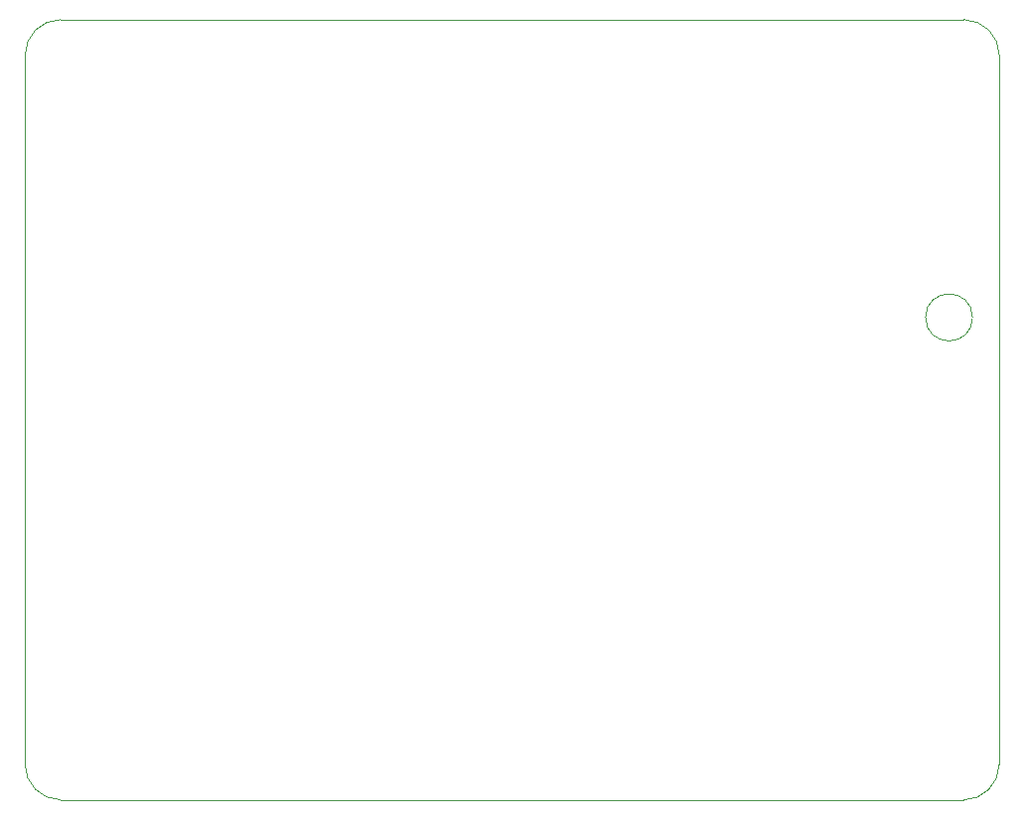
<source format=gm1>
G04 #@! TF.GenerationSoftware,KiCad,Pcbnew,5.1.9+dfsg1-1*
G04 #@! TF.CreationDate,2022-04-23T11:51:13+01:00*
G04 #@! TF.ProjectId,dmb2022,646d6232-3032-4322-9e6b-696361645f70,rev?*
G04 #@! TF.SameCoordinates,Original*
G04 #@! TF.FileFunction,Profile,NP*
%FSLAX46Y46*%
G04 Gerber Fmt 4.6, Leading zero omitted, Abs format (unit mm)*
G04 Created by KiCad (PCBNEW 5.1.9+dfsg1-1) date 2022-04-23 11:51:13*
%MOMM*%
%LPD*%
G01*
G04 APERTURE LIST*
G04 #@! TA.AperFunction,Profile*
%ADD10C,0.050000*%
G04 #@! TD*
G04 #@! TA.AperFunction,Profile*
%ADD11C,0.100000*%
G04 #@! TD*
G04 APERTURE END LIST*
D10*
X256032000Y-126746000D02*
G75*
G02*
X252984000Y-129794000I-3048000J0D01*
G01*
X176022000Y-129794000D02*
G75*
G02*
X172974000Y-126746000I0J3048000D01*
G01*
X252984000Y-63246000D02*
G75*
G02*
X256032000Y-66294000I0J-3048000D01*
G01*
X172974000Y-66294000D02*
G75*
G02*
X176022000Y-63246000I3048000J0D01*
G01*
X253746000Y-88646000D02*
G75*
G03*
X253746000Y-88646000I-2000000J0D01*
G01*
D11*
X256032000Y-66294000D02*
X256032000Y-126746000D01*
X176022000Y-63246000D02*
X252984000Y-63246000D01*
X172974000Y-126746000D02*
X172974000Y-66294000D01*
X252984000Y-129794000D02*
X176022000Y-129794000D01*
M02*

</source>
